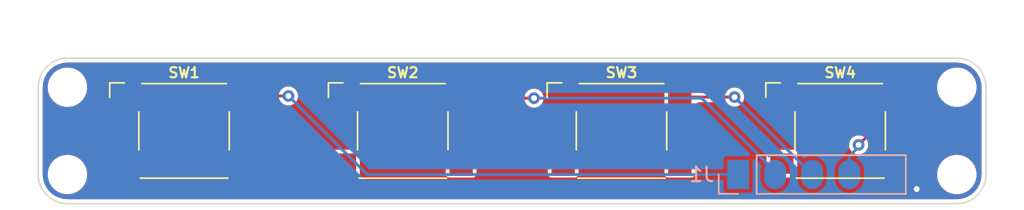
<source format=kicad_pcb>
(kicad_pcb (version 20171130) (host pcbnew "(5.1.12)-1")

  (general
    (thickness 1.6)
    (drawings 17)
    (tracks 23)
    (zones 0)
    (modules 9)
    (nets 6)
  )

  (page A4)
  (layers
    (0 F.Cu signal)
    (31 B.Cu signal)
    (32 B.Adhes user)
    (33 F.Adhes user)
    (34 B.Paste user)
    (35 F.Paste user)
    (36 B.SilkS user)
    (37 F.SilkS user)
    (38 B.Mask user)
    (39 F.Mask user)
    (40 Dwgs.User user)
    (41 Cmts.User user)
    (42 Eco1.User user)
    (43 Eco2.User user)
    (44 Edge.Cuts user)
    (45 Margin user)
    (46 B.CrtYd user)
    (47 F.CrtYd user)
    (48 B.Fab user)
    (49 F.Fab user)
  )

  (setup
    (last_trace_width 0.2)
    (user_trace_width 0.2)
    (trace_clearance 0.15)
    (zone_clearance 0.254)
    (zone_45_only no)
    (trace_min 0.2)
    (via_size 0.8)
    (via_drill 0.4)
    (via_min_size 0.4)
    (via_min_drill 0.3)
    (uvia_size 0.3)
    (uvia_drill 0.1)
    (uvias_allowed no)
    (uvia_min_size 0.2)
    (uvia_min_drill 0.1)
    (edge_width 0.1)
    (segment_width 0.2)
    (pcb_text_width 0.3)
    (pcb_text_size 1.5 1.5)
    (mod_edge_width 0.15)
    (mod_text_size 1 1)
    (mod_text_width 0.15)
    (pad_size 1.524 1.524)
    (pad_drill 0.762)
    (pad_to_mask_clearance 0)
    (aux_axis_origin 0 0)
    (visible_elements 7FFDFFFF)
    (pcbplotparams
      (layerselection 0x010fc_ffffffff)
      (usegerberextensions false)
      (usegerberattributes true)
      (usegerberadvancedattributes true)
      (creategerberjobfile true)
      (excludeedgelayer true)
      (linewidth 0.100000)
      (plotframeref false)
      (viasonmask false)
      (mode 1)
      (useauxorigin false)
      (hpglpennumber 1)
      (hpglpenspeed 20)
      (hpglpendiameter 15.000000)
      (psnegative false)
      (psa4output false)
      (plotreference true)
      (plotvalue true)
      (plotinvisibletext false)
      (padsonsilk false)
      (subtractmaskfromsilk false)
      (outputformat 1)
      (mirror false)
      (drillshape 1)
      (scaleselection 1)
      (outputdirectory ""))
  )

  (net 0 "")
  (net 1 GND)
  (net 2 /1_1)
  (net 3 /1_2)
  (net 4 /1_3)
  (net 5 /1_4)

  (net_class Default "This is the default net class."
    (clearance 0.15)
    (trace_width 0.2)
    (via_dia 0.8)
    (via_drill 0.4)
    (uvia_dia 0.3)
    (uvia_drill 0.1)
    (add_net /1_1)
    (add_net /1_2)
    (add_net /1_3)
    (add_net /1_4)
    (add_net GND)
  )

  (module Button_Switch_SMD:SW_SPST_Omron_B3FS-100xP (layer F.Cu) (tedit 5E6E8EA9) (tstamp 63DFF7F1)
    (at 125 85)
    (descr "Surface Mount Tactile Switch for High-Density Mounting, 3.1mm height, https://omronfs.omron.com/en_US/ecb/products/pdf/en-b3fs.pdf")
    (tags "Tactile Switch")
    (path /63E2CB44)
    (attr smd)
    (fp_text reference SW1 (at 0 -4) (layer F.SilkS)
      (effects (font (size 0.7 0.7) (thickness 0.15)))
    )
    (fp_text value BTN (at 0 4.2) (layer F.Fab)
      (effects (font (size 1 1) (thickness 0.15)))
    )
    (fp_line (start -5.1 -3.3) (end -4.1 -3.3) (layer F.SilkS) (width 0.12))
    (fp_line (start -5.1 -2.3) (end -5.1 -3.3) (layer F.SilkS) (width 0.12))
    (fp_circle (center 0 0) (end 1.5 0) (layer F.Fab) (width 0.1))
    (fp_line (start -5.05 -1.3) (end -5.05 -3.4) (layer F.CrtYd) (width 0.05))
    (fp_line (start -3.25 -1.3) (end -5.05 -1.3) (layer F.CrtYd) (width 0.05))
    (fp_line (start -3.25 1.3) (end -3.25 -1.3) (layer F.CrtYd) (width 0.05))
    (fp_line (start -5.05 1.3) (end -3.25 1.3) (layer F.CrtYd) (width 0.05))
    (fp_line (start -5.05 3.4) (end -5.05 1.3) (layer F.CrtYd) (width 0.05))
    (fp_line (start 5.05 3.4) (end -5.05 3.4) (layer F.CrtYd) (width 0.05))
    (fp_line (start 5.05 1.3) (end 5.05 3.4) (layer F.CrtYd) (width 0.05))
    (fp_line (start 3.25 1.3) (end 5.05 1.3) (layer F.CrtYd) (width 0.05))
    (fp_line (start 3.25 -1.3) (end 3.25 1.3) (layer F.CrtYd) (width 0.05))
    (fp_line (start 5.05 -1.3) (end 3.25 -1.3) (layer F.CrtYd) (width 0.05))
    (fp_line (start 5.05 -3.4) (end 5.05 -1.3) (layer F.CrtYd) (width 0.05))
    (fp_line (start -5.05 -3.4) (end 5.05 -3.4) (layer F.CrtYd) (width 0.05))
    (fp_line (start -3 3.15) (end -3 -3.15) (layer F.Fab) (width 0.1))
    (fp_line (start 3 3.15) (end -3 3.15) (layer F.Fab) (width 0.1))
    (fp_line (start 3 -3.15) (end 3 3.15) (layer F.Fab) (width 0.1))
    (fp_line (start -3 -3.15) (end 3 -3.15) (layer F.Fab) (width 0.1))
    (fp_line (start -3.1 -1.3) (end -3.1 1.3) (layer F.SilkS) (width 0.12))
    (fp_line (start 3.1 -1.3) (end 3.1 1.3) (layer F.SilkS) (width 0.12))
    (fp_line (start 3 3.25) (end -3 3.25) (layer F.SilkS) (width 0.12))
    (fp_line (start 2.9 -3.25) (end -2.9 -3.25) (layer F.SilkS) (width 0.12))
    (fp_text user %R (at 0 -2.2) (layer F.Fab)
      (effects (font (size 1 1) (thickness 0.15)))
    )
    (pad 3 smd rect (at -4 2.25 180) (size 1.6 1.4) (layers F.Cu F.Paste F.Mask))
    (pad 4 smd rect (at 4 2.25 180) (size 1.6 1.4) (layers F.Cu F.Paste F.Mask))
    (pad 1 smd rect (at -4 -2.25 180) (size 1.6 1.4) (layers F.Cu F.Paste F.Mask)
      (net 1 GND))
    (pad 2 smd rect (at 4 -2.25 180) (size 1.6 1.4) (layers F.Cu F.Paste F.Mask)
      (net 2 /1_1))
    (model ${KIPRJMOD}/library/3d-models/SW-SPST-DTSM-65Y-V-TR.step
      (at (xyz 0 0 0))
      (scale (xyz 1 1 1))
      (rotate (xyz 0 0 0))
    )
  )

  (module Button_Switch_SMD:SW_SPST_Omron_B3FS-100xP (layer F.Cu) (tedit 5E6E8EA9) (tstamp 63DFF807)
    (at 140 85)
    (descr "Surface Mount Tactile Switch for High-Density Mounting, 3.1mm height, https://omronfs.omron.com/en_US/ecb/products/pdf/en-b3fs.pdf")
    (tags "Tactile Switch")
    (path /63E2CB54)
    (attr smd)
    (fp_text reference SW2 (at 0 -4) (layer F.SilkS)
      (effects (font (size 0.7 0.7) (thickness 0.15)))
    )
    (fp_text value BTN (at 0 4.2) (layer F.Fab)
      (effects (font (size 1 1) (thickness 0.15)))
    )
    (fp_line (start -5.1 -3.3) (end -4.1 -3.3) (layer F.SilkS) (width 0.12))
    (fp_line (start -5.1 -2.3) (end -5.1 -3.3) (layer F.SilkS) (width 0.12))
    (fp_circle (center 0 0) (end 1.5 0) (layer F.Fab) (width 0.1))
    (fp_line (start -5.05 -1.3) (end -5.05 -3.4) (layer F.CrtYd) (width 0.05))
    (fp_line (start -3.25 -1.3) (end -5.05 -1.3) (layer F.CrtYd) (width 0.05))
    (fp_line (start -3.25 1.3) (end -3.25 -1.3) (layer F.CrtYd) (width 0.05))
    (fp_line (start -5.05 1.3) (end -3.25 1.3) (layer F.CrtYd) (width 0.05))
    (fp_line (start -5.05 3.4) (end -5.05 1.3) (layer F.CrtYd) (width 0.05))
    (fp_line (start 5.05 3.4) (end -5.05 3.4) (layer F.CrtYd) (width 0.05))
    (fp_line (start 5.05 1.3) (end 5.05 3.4) (layer F.CrtYd) (width 0.05))
    (fp_line (start 3.25 1.3) (end 5.05 1.3) (layer F.CrtYd) (width 0.05))
    (fp_line (start 3.25 -1.3) (end 3.25 1.3) (layer F.CrtYd) (width 0.05))
    (fp_line (start 5.05 -1.3) (end 3.25 -1.3) (layer F.CrtYd) (width 0.05))
    (fp_line (start 5.05 -3.4) (end 5.05 -1.3) (layer F.CrtYd) (width 0.05))
    (fp_line (start -5.05 -3.4) (end 5.05 -3.4) (layer F.CrtYd) (width 0.05))
    (fp_line (start -3 3.15) (end -3 -3.15) (layer F.Fab) (width 0.1))
    (fp_line (start 3 3.15) (end -3 3.15) (layer F.Fab) (width 0.1))
    (fp_line (start 3 -3.15) (end 3 3.15) (layer F.Fab) (width 0.1))
    (fp_line (start -3 -3.15) (end 3 -3.15) (layer F.Fab) (width 0.1))
    (fp_line (start -3.1 -1.3) (end -3.1 1.3) (layer F.SilkS) (width 0.12))
    (fp_line (start 3.1 -1.3) (end 3.1 1.3) (layer F.SilkS) (width 0.12))
    (fp_line (start 3 3.25) (end -3 3.25) (layer F.SilkS) (width 0.12))
    (fp_line (start 2.9 -3.25) (end -2.9 -3.25) (layer F.SilkS) (width 0.12))
    (fp_text user %R (at 0 -2.2) (layer F.Fab)
      (effects (font (size 1 1) (thickness 0.15)))
    )
    (pad 3 smd rect (at -4 2.25 180) (size 1.6 1.4) (layers F.Cu F.Paste F.Mask))
    (pad 4 smd rect (at 4 2.25 180) (size 1.6 1.4) (layers F.Cu F.Paste F.Mask))
    (pad 1 smd rect (at -4 -2.25 180) (size 1.6 1.4) (layers F.Cu F.Paste F.Mask)
      (net 1 GND))
    (pad 2 smd rect (at 4 -2.25 180) (size 1.6 1.4) (layers F.Cu F.Paste F.Mask)
      (net 3 /1_2))
    (model ${KIPRJMOD}/library/3d-models/SW-SPST-DTSM-65Y-V-TR.step
      (at (xyz 0 0 0))
      (scale (xyz 1 1 1))
      (rotate (xyz 0 0 0))
    )
  )

  (module Button_Switch_SMD:SW_SPST_Omron_B3FS-100xP (layer F.Cu) (tedit 5E6E8EA9) (tstamp 63DFF85F)
    (at 170 85)
    (descr "Surface Mount Tactile Switch for High-Density Mounting, 3.1mm height, https://omronfs.omron.com/en_US/ecb/products/pdf/en-b3fs.pdf")
    (tags "Tactile Switch")
    (path /63E2D927)
    (attr smd)
    (fp_text reference SW4 (at 0 -4) (layer F.SilkS)
      (effects (font (size 0.7 0.7) (thickness 0.15)))
    )
    (fp_text value BTN (at 0 4.2) (layer F.Fab)
      (effects (font (size 1 1) (thickness 0.15)))
    )
    (fp_line (start -5.1 -3.3) (end -4.1 -3.3) (layer F.SilkS) (width 0.12))
    (fp_line (start -5.1 -2.3) (end -5.1 -3.3) (layer F.SilkS) (width 0.12))
    (fp_circle (center 0 0) (end 1.5 0) (layer F.Fab) (width 0.1))
    (fp_line (start -5.05 -1.3) (end -5.05 -3.4) (layer F.CrtYd) (width 0.05))
    (fp_line (start -3.25 -1.3) (end -5.05 -1.3) (layer F.CrtYd) (width 0.05))
    (fp_line (start -3.25 1.3) (end -3.25 -1.3) (layer F.CrtYd) (width 0.05))
    (fp_line (start -5.05 1.3) (end -3.25 1.3) (layer F.CrtYd) (width 0.05))
    (fp_line (start -5.05 3.4) (end -5.05 1.3) (layer F.CrtYd) (width 0.05))
    (fp_line (start 5.05 3.4) (end -5.05 3.4) (layer F.CrtYd) (width 0.05))
    (fp_line (start 5.05 1.3) (end 5.05 3.4) (layer F.CrtYd) (width 0.05))
    (fp_line (start 3.25 1.3) (end 5.05 1.3) (layer F.CrtYd) (width 0.05))
    (fp_line (start 3.25 -1.3) (end 3.25 1.3) (layer F.CrtYd) (width 0.05))
    (fp_line (start 5.05 -1.3) (end 3.25 -1.3) (layer F.CrtYd) (width 0.05))
    (fp_line (start 5.05 -3.4) (end 5.05 -1.3) (layer F.CrtYd) (width 0.05))
    (fp_line (start -5.05 -3.4) (end 5.05 -3.4) (layer F.CrtYd) (width 0.05))
    (fp_line (start -3 3.15) (end -3 -3.15) (layer F.Fab) (width 0.1))
    (fp_line (start 3 3.15) (end -3 3.15) (layer F.Fab) (width 0.1))
    (fp_line (start 3 -3.15) (end 3 3.15) (layer F.Fab) (width 0.1))
    (fp_line (start -3 -3.15) (end 3 -3.15) (layer F.Fab) (width 0.1))
    (fp_line (start -3.1 -1.3) (end -3.1 1.3) (layer F.SilkS) (width 0.12))
    (fp_line (start 3.1 -1.3) (end 3.1 1.3) (layer F.SilkS) (width 0.12))
    (fp_line (start 3 3.25) (end -3 3.25) (layer F.SilkS) (width 0.12))
    (fp_line (start 2.9 -3.25) (end -2.9 -3.25) (layer F.SilkS) (width 0.12))
    (fp_text user %R (at 0 -2.2) (layer F.Fab)
      (effects (font (size 1 1) (thickness 0.15)))
    )
    (pad 3 smd rect (at -4 2.25 180) (size 1.6 1.4) (layers F.Cu F.Paste F.Mask))
    (pad 4 smd rect (at 4 2.25 180) (size 1.6 1.4) (layers F.Cu F.Paste F.Mask))
    (pad 1 smd rect (at -4 -2.25 180) (size 1.6 1.4) (layers F.Cu F.Paste F.Mask)
      (net 1 GND))
    (pad 2 smd rect (at 4 -2.25 180) (size 1.6 1.4) (layers F.Cu F.Paste F.Mask)
      (net 5 /1_4))
    (model ${KIPRJMOD}/library/3d-models/SW-SPST-DTSM-65Y-V-TR.step
      (at (xyz 0 0 0))
      (scale (xyz 1 1 1))
      (rotate (xyz 0 0 0))
    )
  )

  (module Button_Switch_SMD:SW_SPST_Omron_B3FS-100xP (layer F.Cu) (tedit 5E6E8EA9) (tstamp 63DFF833)
    (at 155 85)
    (descr "Surface Mount Tactile Switch for High-Density Mounting, 3.1mm height, https://omronfs.omron.com/en_US/ecb/products/pdf/en-b3fs.pdf")
    (tags "Tactile Switch")
    (path /63E2CB64)
    (attr smd)
    (fp_text reference SW3 (at 0 -4) (layer F.SilkS)
      (effects (font (size 0.7 0.7) (thickness 0.15)))
    )
    (fp_text value BTN (at 0 4.2) (layer F.Fab)
      (effects (font (size 1 1) (thickness 0.15)))
    )
    (fp_line (start -5.1 -3.3) (end -4.1 -3.3) (layer F.SilkS) (width 0.12))
    (fp_line (start -5.1 -2.3) (end -5.1 -3.3) (layer F.SilkS) (width 0.12))
    (fp_circle (center 0 0) (end 1.5 0) (layer F.Fab) (width 0.1))
    (fp_line (start -5.05 -1.3) (end -5.05 -3.4) (layer F.CrtYd) (width 0.05))
    (fp_line (start -3.25 -1.3) (end -5.05 -1.3) (layer F.CrtYd) (width 0.05))
    (fp_line (start -3.25 1.3) (end -3.25 -1.3) (layer F.CrtYd) (width 0.05))
    (fp_line (start -5.05 1.3) (end -3.25 1.3) (layer F.CrtYd) (width 0.05))
    (fp_line (start -5.05 3.4) (end -5.05 1.3) (layer F.CrtYd) (width 0.05))
    (fp_line (start 5.05 3.4) (end -5.05 3.4) (layer F.CrtYd) (width 0.05))
    (fp_line (start 5.05 1.3) (end 5.05 3.4) (layer F.CrtYd) (width 0.05))
    (fp_line (start 3.25 1.3) (end 5.05 1.3) (layer F.CrtYd) (width 0.05))
    (fp_line (start 3.25 -1.3) (end 3.25 1.3) (layer F.CrtYd) (width 0.05))
    (fp_line (start 5.05 -1.3) (end 3.25 -1.3) (layer F.CrtYd) (width 0.05))
    (fp_line (start 5.05 -3.4) (end 5.05 -1.3) (layer F.CrtYd) (width 0.05))
    (fp_line (start -5.05 -3.4) (end 5.05 -3.4) (layer F.CrtYd) (width 0.05))
    (fp_line (start -3 3.15) (end -3 -3.15) (layer F.Fab) (width 0.1))
    (fp_line (start 3 3.15) (end -3 3.15) (layer F.Fab) (width 0.1))
    (fp_line (start 3 -3.15) (end 3 3.15) (layer F.Fab) (width 0.1))
    (fp_line (start -3 -3.15) (end 3 -3.15) (layer F.Fab) (width 0.1))
    (fp_line (start -3.1 -1.3) (end -3.1 1.3) (layer F.SilkS) (width 0.12))
    (fp_line (start 3.1 -1.3) (end 3.1 1.3) (layer F.SilkS) (width 0.12))
    (fp_line (start 3 3.25) (end -3 3.25) (layer F.SilkS) (width 0.12))
    (fp_line (start 2.9 -3.25) (end -2.9 -3.25) (layer F.SilkS) (width 0.12))
    (fp_text user %R (at 0 -2.2) (layer F.Fab)
      (effects (font (size 1 1) (thickness 0.15)))
    )
    (pad 3 smd rect (at -4 2.25 180) (size 1.6 1.4) (layers F.Cu F.Paste F.Mask))
    (pad 4 smd rect (at 4 2.25 180) (size 1.6 1.4) (layers F.Cu F.Paste F.Mask))
    (pad 1 smd rect (at -4 -2.25 180) (size 1.6 1.4) (layers F.Cu F.Paste F.Mask)
      (net 1 GND))
    (pad 2 smd rect (at 4 -2.25 180) (size 1.6 1.4) (layers F.Cu F.Paste F.Mask)
      (net 4 /1_3))
    (model ${KIPRJMOD}/library/3d-models/SW-SPST-DTSM-65Y-V-TR.step
      (at (xyz 0 0 0))
      (scale (xyz 1 1 1))
      (rotate (xyz 0 0 0))
    )
  )

  (module Board:SolderWire_1x05_P2.54mm (layer B.Cu) (tedit 62283C6C) (tstamp 63DFFAF1)
    (at 163 88 270)
    (descr "Through hole straight socket strip, 1x06, 2.54mm pitch, single row (from Kicad 4.0.7), script generated")
    (tags "Through hole socket strip THT 1x06 2.54mm single row")
    (path /6238D871)
    (fp_text reference J1 (at 0 2.5 180) (layer B.SilkS)
      (effects (font (size 1 1) (thickness 0.15)) (justify mirror))
    )
    (fp_text value Conn_01x05 (at 0 -15.47 270) (layer B.Fab)
      (effects (font (size 1 1) (thickness 0.15)) (justify mirror))
    )
    (fp_line (start -1.8 -12) (end -1.8 1.8) (layer B.CrtYd) (width 0.05))
    (fp_line (start 1.75 -12) (end -1.8 -12) (layer B.CrtYd) (width 0.05))
    (fp_line (start 1.75 1.8) (end 1.75 -12) (layer B.CrtYd) (width 0.05))
    (fp_line (start -1.8 1.8) (end 1.75 1.8) (layer B.CrtYd) (width 0.05))
    (fp_line (start 0 1.33) (end 1.33 1.33) (layer B.SilkS) (width 0.12))
    (fp_line (start 1.33 1.33) (end 1.33 0) (layer B.SilkS) (width 0.12))
    (fp_line (start 1.33 -1.27) (end 1.33 -11.5) (layer B.SilkS) (width 0.12))
    (fp_line (start -1.33 -11.5) (end 1.33 -11.5) (layer B.SilkS) (width 0.12))
    (fp_line (start -1.33 -1.27) (end -1.33 -11.5) (layer B.SilkS) (width 0.12))
    (fp_line (start -1.33 -1.27) (end 1.33 -1.27) (layer B.SilkS) (width 0.12))
    (fp_line (start -1.27 -11.5) (end -1.27 1.27) (layer B.Fab) (width 0.1))
    (fp_line (start 1.27 -11.5) (end -1.27 -11.5) (layer B.Fab) (width 0.1))
    (fp_line (start 1.27 0.635) (end 1.27 -11.5) (layer B.Fab) (width 0.1))
    (fp_line (start 0.635 1.27) (end 1.27 0.635) (layer B.Fab) (width 0.1))
    (fp_line (start -1.27 1.27) (end 0.635 1.27) (layer B.Fab) (width 0.1))
    (fp_text user %R (at -2 -6.35) (layer B.Fab)
      (effects (font (size 1 1) (thickness 0.15)) (justify mirror))
    )
    (pad 1 smd rect (at 0 0 270) (size 2 1.5) (layers B.Cu B.Paste B.Mask)
      (net 2 /1_1))
    (pad 2 smd oval (at 0 -2.54 270) (size 2 1.5) (layers B.Cu B.Paste B.Mask)
      (net 3 /1_2))
    (pad 3 smd oval (at 0 -5.08 270) (size 2 1.5) (layers B.Cu B.Paste B.Mask)
      (net 4 /1_3))
    (pad 4 smd oval (at 0 -7.62 270) (size 2 1.5) (layers B.Cu B.Paste B.Mask)
      (net 5 /1_4))
    (pad 5 smd oval (at 0 -10.16 270) (size 2 1.5) (layers B.Cu B.Paste B.Mask)
      (net 1 GND))
  )

  (module MountingHole:MountingHole_2.2mm_M2 (layer F.Cu) (tedit 56D1B4CB) (tstamp 63DFF7C5)
    (at 117 88)
    (descr "Mounting Hole 2.2mm, no annular, M2")
    (tags "mounting hole 2.2mm no annular m2")
    (path /620FA214)
    (attr virtual)
    (fp_text reference H4 (at -3.5 0) (layer Dwgs.User)
      (effects (font (size 1 1) (thickness 0.15)))
    )
    (fp_text value MountingHole (at 0 3.2) (layer F.Fab)
      (effects (font (size 1 1) (thickness 0.15)))
    )
    (fp_circle (center 0 0) (end 2.2 0) (layer Cmts.User) (width 0.15))
    (fp_circle (center 0 0) (end 2.45 0) (layer F.CrtYd) (width 0.05))
    (fp_text user %R (at 0.3 0) (layer F.Fab)
      (effects (font (size 1 1) (thickness 0.15)))
    )
    (pad 1 np_thru_hole circle (at 0 0) (size 2.2 2.2) (drill 2.2) (layers *.Cu *.Mask))
  )

  (module MountingHole:MountingHole_2.2mm_M2 (layer F.Cu) (tedit 56D1B4CB) (tstamp 63DFF7BD)
    (at 178 88)
    (descr "Mounting Hole 2.2mm, no annular, M2")
    (tags "mounting hole 2.2mm no annular m2")
    (path /620F97B3)
    (attr virtual)
    (fp_text reference H3 (at 3.5 0) (layer Dwgs.User)
      (effects (font (size 1 1) (thickness 0.15)))
    )
    (fp_text value MountingHole (at 0 3.2) (layer F.Fab)
      (effects (font (size 1 1) (thickness 0.15)))
    )
    (fp_circle (center 0 0) (end 2.2 0) (layer Cmts.User) (width 0.15))
    (fp_circle (center 0 0) (end 2.45 0) (layer F.CrtYd) (width 0.05))
    (fp_text user %R (at 0.3 0) (layer F.Fab)
      (effects (font (size 1 1) (thickness 0.15)))
    )
    (pad 1 np_thru_hole circle (at 0 0) (size 2.2 2.2) (drill 2.2) (layers *.Cu *.Mask))
  )

  (module MountingHole:MountingHole_2.2mm_M2 (layer F.Cu) (tedit 56D1B4CB) (tstamp 63DFF7B5)
    (at 178 82)
    (descr "Mounting Hole 2.2mm, no annular, M2")
    (tags "mounting hole 2.2mm no annular m2")
    (path /620F9E48)
    (attr virtual)
    (fp_text reference H2 (at 3.5 0) (layer Dwgs.User)
      (effects (font (size 1 1) (thickness 0.15)))
    )
    (fp_text value MountingHole (at 0 3.2) (layer F.Fab)
      (effects (font (size 1 1) (thickness 0.15)))
    )
    (fp_circle (center 0 0) (end 2.2 0) (layer Cmts.User) (width 0.15))
    (fp_circle (center 0 0) (end 2.45 0) (layer F.CrtYd) (width 0.05))
    (fp_text user %R (at 0.3 0) (layer F.Fab)
      (effects (font (size 1 1) (thickness 0.15)))
    )
    (pad 1 np_thru_hole circle (at 0 0) (size 2.2 2.2) (drill 2.2) (layers *.Cu *.Mask))
  )

  (module MountingHole:MountingHole_2.2mm_M2 (layer F.Cu) (tedit 56D1B4CB) (tstamp 63DFF7AD)
    (at 117 82)
    (descr "Mounting Hole 2.2mm, no annular, M2")
    (tags "mounting hole 2.2mm no annular m2")
    (path /620F9356)
    (attr virtual)
    (fp_text reference H1 (at -3.5 0) (layer Dwgs.User)
      (effects (font (size 1 1) (thickness 0.15)))
    )
    (fp_text value MountingHole (at 0 3.2) (layer F.Fab)
      (effects (font (size 1 1) (thickness 0.15)))
    )
    (fp_circle (center 0 0) (end 2.2 0) (layer Cmts.User) (width 0.15))
    (fp_circle (center 0 0) (end 2.45 0) (layer F.CrtYd) (width 0.05))
    (fp_text user %R (at 0.3 0) (layer F.Fab)
      (effects (font (size 1 1) (thickness 0.15)))
    )
    (pad 1 np_thru_hole circle (at 0 0) (size 2.2 2.2) (drill 2.2) (layers *.Cu *.Mask))
  )

  (gr_line (start 117 90) (end 178 90) (layer Edge.Cuts) (width 0.1) (tstamp 63E00023))
  (gr_line (start 115 82) (end 115 88) (layer Edge.Cuts) (width 0.1) (tstamp 63E00022))
  (gr_line (start 178 80) (end 117 80) (layer Edge.Cuts) (width 0.1) (tstamp 63E00021))
  (gr_line (start 180 88) (end 180 82) (layer Edge.Cuts) (width 0.1) (tstamp 63E00020))
  (gr_arc (start 178 88) (end 178 90) (angle -90) (layer Edge.Cuts) (width 0.1))
  (gr_arc (start 117 88) (end 115 88) (angle -90) (layer Edge.Cuts) (width 0.1))
  (gr_arc (start 117 82) (end 117 80) (angle -90) (layer Edge.Cuts) (width 0.1))
  (gr_arc (start 178 82) (end 180 82) (angle -90) (layer Edge.Cuts) (width 0.1))
  (gr_line (start 180 80) (end 115 80) (layer Dwgs.User) (width 0.15) (tstamp 63DFFE16))
  (gr_line (start 180 90) (end 115 90) (layer Dwgs.User) (width 0.15) (tstamp 63DFFE15))
  (gr_line (start 180 80) (end 180 90) (layer Dwgs.User) (width 0.15))
  (dimension 10 (width 0.15) (layer Dwgs.User)
    (gr_text "10.000 mm" (at 120 76.700001) (layer Dwgs.User)
      (effects (font (size 1 1) (thickness 0.15)))
    )
    (feature1 (pts (xy 115 80) (xy 115 77.41358)))
    (feature2 (pts (xy 125 80) (xy 125 77.41358)))
    (crossbar (pts (xy 125 78.000001) (xy 115 78.000001)))
    (arrow1a (pts (xy 115 78.000001) (xy 116.126504 77.41358)))
    (arrow1b (pts (xy 115 78.000001) (xy 116.126504 78.586422)))
    (arrow2a (pts (xy 125 78.000001) (xy 123.873496 77.41358)))
    (arrow2b (pts (xy 125 78.000001) (xy 123.873496 78.586422)))
  )
  (dimension 10 (width 0.15) (layer Dwgs.User)
    (gr_text "10.000 mm" (at 175 76.7) (layer Dwgs.User)
      (effects (font (size 1 1) (thickness 0.15)))
    )
    (feature1 (pts (xy 180 80) (xy 180 77.413579)))
    (feature2 (pts (xy 170 80) (xy 170 77.413579)))
    (crossbar (pts (xy 170 78) (xy 180 78)))
    (arrow1a (pts (xy 180 78) (xy 178.873496 78.586421)))
    (arrow1b (pts (xy 180 78) (xy 178.873496 77.413579)))
    (arrow2a (pts (xy 170 78) (xy 171.126504 78.586421)))
    (arrow2b (pts (xy 170 78) (xy 171.126504 77.413579)))
  )
  (gr_line (start 115 90) (end 115 80) (layer Dwgs.User) (width 0.15) (tstamp 63DFFCBE))
  (dimension 15 (width 0.15) (layer Dwgs.User)
    (gr_text "15.000 mm" (at 162.5 76.7) (layer Dwgs.User)
      (effects (font (size 1 1) (thickness 0.15)))
    )
    (feature1 (pts (xy 170 80) (xy 170 77.413579)))
    (feature2 (pts (xy 155 80) (xy 155 77.413579)))
    (crossbar (pts (xy 155 78) (xy 170 78)))
    (arrow1a (pts (xy 170 78) (xy 168.873496 78.586421)))
    (arrow1b (pts (xy 170 78) (xy 168.873496 77.413579)))
    (arrow2a (pts (xy 155 78) (xy 156.126504 78.586421)))
    (arrow2b (pts (xy 155 78) (xy 156.126504 77.413579)))
  )
  (dimension 15 (width 0.15) (layer Dwgs.User)
    (gr_text "15.000 mm" (at 147.5 76.7) (layer Dwgs.User)
      (effects (font (size 1 1) (thickness 0.15)))
    )
    (feature1 (pts (xy 155 80) (xy 155 77.413579)))
    (feature2 (pts (xy 140 80) (xy 140 77.413579)))
    (crossbar (pts (xy 140 78) (xy 155 78)))
    (arrow1a (pts (xy 155 78) (xy 153.873496 78.586421)))
    (arrow1b (pts (xy 155 78) (xy 153.873496 77.413579)))
    (arrow2a (pts (xy 140 78) (xy 141.126504 78.586421)))
    (arrow2b (pts (xy 140 78) (xy 141.126504 77.413579)))
  )
  (dimension 15 (width 0.15) (layer Dwgs.User)
    (gr_text "15.000 mm" (at 132.5 76.7) (layer Dwgs.User)
      (effects (font (size 1 1) (thickness 0.15)))
    )
    (feature1 (pts (xy 140 80) (xy 140 77.413579)))
    (feature2 (pts (xy 125 80) (xy 125 77.413579)))
    (crossbar (pts (xy 125 78) (xy 140 78)))
    (arrow1a (pts (xy 140 78) (xy 138.873496 78.586421)))
    (arrow1b (pts (xy 140 78) (xy 138.873496 77.413579)))
    (arrow2a (pts (xy 125 78) (xy 126.126504 78.586421)))
    (arrow2b (pts (xy 125 78) (xy 126.126504 77.413579)))
  )

  (via (at 175.25 89) (size 0.8) (layers F.Cu B.Cu) (net 1))
  (segment (start 166.075 82.675) (end 166 82.75) (width 0.2) (layer F.Cu) (net 1))
  (segment (start 163 88) (end 137.5591 88) (width 0.2) (layer B.Cu) (net 2))
  (segment (start 137.5591 88) (end 132.1589 82.5998) (width 0.2) (layer B.Cu) (net 2))
  (via (at 132.1589 82.5998) (size 0.8) (layers F.Cu B.Cu) (net 2))
  (segment (start 129.1502 82.5998) (end 129 82.75) (width 0.2) (layer F.Cu) (net 2))
  (segment (start 132.1589 82.5998) (end 129.1502 82.5998) (width 0.2) (layer F.Cu) (net 2))
  (via (at 149 82.75) (size 0.8) (layers F.Cu B.Cu) (net 3))
  (segment (start 144 82.75) (end 149 82.75) (width 0.2) (layer F.Cu) (net 3))
  (segment (start 149.6483 82.75) (end 149 82.75) (width 0.2) (layer B.Cu) (net 3))
  (segment (start 160.5 82.75) (end 149.6483 82.75) (width 0.2) (layer B.Cu) (net 3))
  (segment (start 165.54 87.79) (end 160.5 82.75) (width 0.2) (layer B.Cu) (net 3))
  (segment (start 165.54 88) (end 165.54 87.79) (width 0.2) (layer B.Cu) (net 3))
  (via (at 162.755 82.675) (size 0.8) (layers F.Cu B.Cu) (net 4))
  (segment (start 162.755 82.675) (end 168.08 88) (width 0.2) (layer B.Cu) (net 4))
  (segment (start 159.075 82.675) (end 159 82.75) (width 0.2) (layer F.Cu) (net 4))
  (segment (start 162.755 82.675) (end 159.075 82.675) (width 0.2) (layer F.Cu) (net 4))
  (segment (start 170.62 88) (end 170.62 86.7497) (width 0.2) (layer B.Cu) (net 5))
  (segment (start 170.62 86.7497) (end 171.2627 86.107) (width 0.2) (layer B.Cu) (net 5))
  (segment (start 171.2627 86.107) (end 171.2627 85.9621) (width 0.2) (layer B.Cu) (net 5))
  (via (at 171.2627 85.9621) (size 0.8) (layers F.Cu B.Cu) (net 5))
  (segment (start 174 83.2248) (end 174 82.75) (width 0.2) (layer F.Cu) (net 5))
  (segment (start 171.2627 85.9621) (end 174 83.2248) (width 0.2) (layer F.Cu) (net 5))

  (zone (net 1) (net_name GND) (layer F.Cu) (tstamp 0) (hatch edge 0.508)
    (connect_pads yes (clearance 0.254))
    (min_thickness 0.254)
    (fill yes (arc_segments 32) (thermal_gap 0.508) (thermal_bridge_width 0.508))
    (polygon
      (pts
        (xy 180 90) (xy 115 90) (xy 115 80) (xy 180 80)
      )
    )
    (filled_polygon
      (pts
        (xy 178.304352 80.462909) (xy 178.597113 80.551299) (xy 178.867126 80.694868) (xy 179.104115 80.888151) (xy 179.299045 81.123781)
        (xy 179.444498 81.392791) (xy 179.534928 81.684924) (xy 179.569001 82.009101) (xy 179.569 87.97892) (xy 179.537091 88.304352)
        (xy 179.448701 88.597114) (xy 179.305132 88.867126) (xy 179.111849 89.104115) (xy 178.876219 89.299045) (xy 178.607209 89.444498)
        (xy 178.315076 89.534928) (xy 177.990908 89.569) (xy 117.02108 89.569) (xy 116.695648 89.537091) (xy 116.402886 89.448701)
        (xy 116.132874 89.305132) (xy 115.895885 89.111849) (xy 115.700955 88.876219) (xy 115.555502 88.607209) (xy 115.465072 88.315076)
        (xy 115.431 87.990908) (xy 115.431 87.854134) (xy 115.519 87.854134) (xy 115.519 88.145866) (xy 115.575914 88.431992)
        (xy 115.687555 88.701517) (xy 115.849632 88.944083) (xy 116.055917 89.150368) (xy 116.298483 89.312445) (xy 116.568008 89.424086)
        (xy 116.854134 89.481) (xy 117.145866 89.481) (xy 117.431992 89.424086) (xy 117.701517 89.312445) (xy 117.944083 89.150368)
        (xy 118.150368 88.944083) (xy 118.312445 88.701517) (xy 118.424086 88.431992) (xy 118.481 88.145866) (xy 118.481 87.854134)
        (xy 118.424086 87.568008) (xy 118.312445 87.298483) (xy 118.150368 87.055917) (xy 117.944083 86.849632) (xy 117.701517 86.687555)
        (xy 117.431992 86.575914) (xy 117.301714 86.55) (xy 119.817157 86.55) (xy 119.817157 87.95) (xy 119.824513 88.024689)
        (xy 119.846299 88.096508) (xy 119.881678 88.162696) (xy 119.929289 88.220711) (xy 119.987304 88.268322) (xy 120.053492 88.303701)
        (xy 120.125311 88.325487) (xy 120.2 88.332843) (xy 121.8 88.332843) (xy 121.874689 88.325487) (xy 121.946508 88.303701)
        (xy 122.012696 88.268322) (xy 122.070711 88.220711) (xy 122.118322 88.162696) (xy 122.153701 88.096508) (xy 122.175487 88.024689)
        (xy 122.182843 87.95) (xy 122.182843 86.55) (xy 127.817157 86.55) (xy 127.817157 87.95) (xy 127.824513 88.024689)
        (xy 127.846299 88.096508) (xy 127.881678 88.162696) (xy 127.929289 88.220711) (xy 127.987304 88.268322) (xy 128.053492 88.303701)
        (xy 128.125311 88.325487) (xy 128.2 88.332843) (xy 129.8 88.332843) (xy 129.874689 88.325487) (xy 129.946508 88.303701)
        (xy 130.012696 88.268322) (xy 130.070711 88.220711) (xy 130.118322 88.162696) (xy 130.153701 88.096508) (xy 130.175487 88.024689)
        (xy 130.182843 87.95) (xy 130.182843 86.55) (xy 134.817157 86.55) (xy 134.817157 87.95) (xy 134.824513 88.024689)
        (xy 134.846299 88.096508) (xy 134.881678 88.162696) (xy 134.929289 88.220711) (xy 134.987304 88.268322) (xy 135.053492 88.303701)
        (xy 135.125311 88.325487) (xy 135.2 88.332843) (xy 136.8 88.332843) (xy 136.874689 88.325487) (xy 136.946508 88.303701)
        (xy 137.012696 88.268322) (xy 137.070711 88.220711) (xy 137.118322 88.162696) (xy 137.153701 88.096508) (xy 137.175487 88.024689)
        (xy 137.182843 87.95) (xy 137.182843 86.55) (xy 142.817157 86.55) (xy 142.817157 87.95) (xy 142.824513 88.024689)
        (xy 142.846299 88.096508) (xy 142.881678 88.162696) (xy 142.929289 88.220711) (xy 142.987304 88.268322) (xy 143.053492 88.303701)
        (xy 143.125311 88.325487) (xy 143.2 88.332843) (xy 144.8 88.332843) (xy 144.874689 88.325487) (xy 144.946508 88.303701)
        (xy 145.012696 88.268322) (xy 145.070711 88.220711) (xy 145.118322 88.162696) (xy 145.153701 88.096508) (xy 145.175487 88.024689)
        (xy 145.182843 87.95) (xy 145.182843 86.55) (xy 149.817157 86.55) (xy 149.817157 87.95) (xy 149.824513 88.024689)
        (xy 149.846299 88.096508) (xy 149.881678 88.162696) (xy 149.929289 88.220711) (xy 149.987304 88.268322) (xy 150.053492 88.303701)
        (xy 150.125311 88.325487) (xy 150.2 88.332843) (xy 151.8 88.332843) (xy 151.874689 88.325487) (xy 151.946508 88.303701)
        (xy 152.012696 88.268322) (xy 152.070711 88.220711) (xy 152.118322 88.162696) (xy 152.153701 88.096508) (xy 152.175487 88.024689)
        (xy 152.182843 87.95) (xy 152.182843 86.55) (xy 157.817157 86.55) (xy 157.817157 87.95) (xy 157.824513 88.024689)
        (xy 157.846299 88.096508) (xy 157.881678 88.162696) (xy 157.929289 88.220711) (xy 157.987304 88.268322) (xy 158.053492 88.303701)
        (xy 158.125311 88.325487) (xy 158.2 88.332843) (xy 159.8 88.332843) (xy 159.874689 88.325487) (xy 159.946508 88.303701)
        (xy 160.012696 88.268322) (xy 160.070711 88.220711) (xy 160.118322 88.162696) (xy 160.153701 88.096508) (xy 160.175487 88.024689)
        (xy 160.182843 87.95) (xy 160.182843 86.55) (xy 164.817157 86.55) (xy 164.817157 87.95) (xy 164.824513 88.024689)
        (xy 164.846299 88.096508) (xy 164.881678 88.162696) (xy 164.929289 88.220711) (xy 164.987304 88.268322) (xy 165.053492 88.303701)
        (xy 165.125311 88.325487) (xy 165.2 88.332843) (xy 166.8 88.332843) (xy 166.874689 88.325487) (xy 166.946508 88.303701)
        (xy 167.012696 88.268322) (xy 167.070711 88.220711) (xy 167.118322 88.162696) (xy 167.153701 88.096508) (xy 167.175487 88.024689)
        (xy 167.182843 87.95) (xy 167.182843 86.55) (xy 167.175487 86.475311) (xy 167.153701 86.403492) (xy 167.118322 86.337304)
        (xy 167.070711 86.279289) (xy 167.012696 86.231678) (xy 166.946508 86.196299) (xy 166.874689 86.174513) (xy 166.8 86.167157)
        (xy 165.2 86.167157) (xy 165.125311 86.174513) (xy 165.053492 86.196299) (xy 164.987304 86.231678) (xy 164.929289 86.279289)
        (xy 164.881678 86.337304) (xy 164.846299 86.403492) (xy 164.824513 86.475311) (xy 164.817157 86.55) (xy 160.182843 86.55)
        (xy 160.175487 86.475311) (xy 160.153701 86.403492) (xy 160.118322 86.337304) (xy 160.070711 86.279289) (xy 160.012696 86.231678)
        (xy 159.946508 86.196299) (xy 159.874689 86.174513) (xy 159.8 86.167157) (xy 158.2 86.167157) (xy 158.125311 86.174513)
        (xy 158.053492 86.196299) (xy 157.987304 86.231678) (xy 157.929289 86.279289) (xy 157.881678 86.337304) (xy 157.846299 86.403492)
        (xy 157.824513 86.475311) (xy 157.817157 86.55) (xy 152.182843 86.55) (xy 152.175487 86.475311) (xy 152.153701 86.403492)
        (xy 152.118322 86.337304) (xy 152.070711 86.279289) (xy 152.012696 86.231678) (xy 151.946508 86.196299) (xy 151.874689 86.174513)
        (xy 151.8 86.167157) (xy 150.2 86.167157) (xy 150.125311 86.174513) (xy 150.053492 86.196299) (xy 149.987304 86.231678)
        (xy 149.929289 86.279289) (xy 149.881678 86.337304) (xy 149.846299 86.403492) (xy 149.824513 86.475311) (xy 149.817157 86.55)
        (xy 145.182843 86.55) (xy 145.175487 86.475311) (xy 145.153701 86.403492) (xy 145.118322 86.337304) (xy 145.070711 86.279289)
        (xy 145.012696 86.231678) (xy 144.946508 86.196299) (xy 144.874689 86.174513) (xy 144.8 86.167157) (xy 143.2 86.167157)
        (xy 143.125311 86.174513) (xy 143.053492 86.196299) (xy 142.987304 86.231678) (xy 142.929289 86.279289) (xy 142.881678 86.337304)
        (xy 142.846299 86.403492) (xy 142.824513 86.475311) (xy 142.817157 86.55) (xy 137.182843 86.55) (xy 137.175487 86.475311)
        (xy 137.153701 86.403492) (xy 137.118322 86.337304) (xy 137.070711 86.279289) (xy 137.012696 86.231678) (xy 136.946508 86.196299)
        (xy 136.874689 86.174513) (xy 136.8 86.167157) (xy 135.2 86.167157) (xy 135.125311 86.174513) (xy 135.053492 86.196299)
        (xy 134.987304 86.231678) (xy 134.929289 86.279289) (xy 134.881678 86.337304) (xy 134.846299 86.403492) (xy 134.824513 86.475311)
        (xy 134.817157 86.55) (xy 130.182843 86.55) (xy 130.175487 86.475311) (xy 130.153701 86.403492) (xy 130.118322 86.337304)
        (xy 130.070711 86.279289) (xy 130.012696 86.231678) (xy 129.946508 86.196299) (xy 129.874689 86.174513) (xy 129.8 86.167157)
        (xy 128.2 86.167157) (xy 128.125311 86.174513) (xy 128.053492 86.196299) (xy 127.987304 86.231678) (xy 127.929289 86.279289)
        (xy 127.881678 86.337304) (xy 127.846299 86.403492) (xy 127.824513 86.475311) (xy 127.817157 86.55) (xy 122.182843 86.55)
        (xy 122.175487 86.475311) (xy 122.153701 86.403492) (xy 122.118322 86.337304) (xy 122.070711 86.279289) (xy 122.012696 86.231678)
        (xy 121.946508 86.196299) (xy 121.874689 86.174513) (xy 121.8 86.167157) (xy 120.2 86.167157) (xy 120.125311 86.174513)
        (xy 120.053492 86.196299) (xy 119.987304 86.231678) (xy 119.929289 86.279289) (xy 119.881678 86.337304) (xy 119.846299 86.403492)
        (xy 119.824513 86.475311) (xy 119.817157 86.55) (xy 117.301714 86.55) (xy 117.145866 86.519) (xy 116.854134 86.519)
        (xy 116.568008 86.575914) (xy 116.298483 86.687555) (xy 116.055917 86.849632) (xy 115.849632 87.055917) (xy 115.687555 87.298483)
        (xy 115.575914 87.568008) (xy 115.519 87.854134) (xy 115.431 87.854134) (xy 115.431 85.885178) (xy 170.4817 85.885178)
        (xy 170.4817 86.039022) (xy 170.511713 86.189909) (xy 170.570587 86.332042) (xy 170.656058 86.459959) (xy 170.764841 86.568742)
        (xy 170.892758 86.654213) (xy 171.034891 86.713087) (xy 171.185778 86.7431) (xy 171.339622 86.7431) (xy 171.490509 86.713087)
        (xy 171.632642 86.654213) (xy 171.760559 86.568742) (xy 171.779301 86.55) (xy 172.817157 86.55) (xy 172.817157 87.95)
        (xy 172.824513 88.024689) (xy 172.846299 88.096508) (xy 172.881678 88.162696) (xy 172.929289 88.220711) (xy 172.987304 88.268322)
        (xy 173.053492 88.303701) (xy 173.125311 88.325487) (xy 173.2 88.332843) (xy 174.8 88.332843) (xy 174.874689 88.325487)
        (xy 174.946508 88.303701) (xy 175.012696 88.268322) (xy 175.070711 88.220711) (xy 175.118322 88.162696) (xy 175.153701 88.096508)
        (xy 175.175487 88.024689) (xy 175.182843 87.95) (xy 175.182843 87.854134) (xy 176.519 87.854134) (xy 176.519 88.145866)
        (xy 176.575914 88.431992) (xy 176.687555 88.701517) (xy 176.849632 88.944083) (xy 177.055917 89.150368) (xy 177.298483 89.312445)
        (xy 177.568008 89.424086) (xy 177.854134 89.481) (xy 178.145866 89.481) (xy 178.431992 89.424086) (xy 178.701517 89.312445)
        (xy 178.944083 89.150368) (xy 179.150368 88.944083) (xy 179.312445 88.701517) (xy 179.424086 88.431992) (xy 179.481 88.145866)
        (xy 179.481 87.854134) (xy 179.424086 87.568008) (xy 179.312445 87.298483) (xy 179.150368 87.055917) (xy 178.944083 86.849632)
        (xy 178.701517 86.687555) (xy 178.431992 86.575914) (xy 178.145866 86.519) (xy 177.854134 86.519) (xy 177.568008 86.575914)
        (xy 177.298483 86.687555) (xy 177.055917 86.849632) (xy 176.849632 87.055917) (xy 176.687555 87.298483) (xy 176.575914 87.568008)
        (xy 176.519 87.854134) (xy 175.182843 87.854134) (xy 175.182843 86.55) (xy 175.175487 86.475311) (xy 175.153701 86.403492)
        (xy 175.118322 86.337304) (xy 175.070711 86.279289) (xy 175.012696 86.231678) (xy 174.946508 86.196299) (xy 174.874689 86.174513)
        (xy 174.8 86.167157) (xy 173.2 86.167157) (xy 173.125311 86.174513) (xy 173.053492 86.196299) (xy 172.987304 86.231678)
        (xy 172.929289 86.279289) (xy 172.881678 86.337304) (xy 172.846299 86.403492) (xy 172.824513 86.475311) (xy 172.817157 86.55)
        (xy 171.779301 86.55) (xy 171.869342 86.459959) (xy 171.954813 86.332042) (xy 172.013687 86.189909) (xy 172.0437 86.039022)
        (xy 172.0437 85.885178) (xy 172.039744 85.865292) (xy 174.072194 83.832843) (xy 174.8 83.832843) (xy 174.874689 83.825487)
        (xy 174.946508 83.803701) (xy 175.012696 83.768322) (xy 175.070711 83.720711) (xy 175.118322 83.662696) (xy 175.153701 83.596508)
        (xy 175.175487 83.524689) (xy 175.182843 83.45) (xy 175.182843 82.05) (xy 175.175487 81.975311) (xy 175.153701 81.903492)
        (xy 175.127319 81.854134) (xy 176.519 81.854134) (xy 176.519 82.145866) (xy 176.575914 82.431992) (xy 176.687555 82.701517)
        (xy 176.849632 82.944083) (xy 177.055917 83.150368) (xy 177.298483 83.312445) (xy 177.568008 83.424086) (xy 177.854134 83.481)
        (xy 178.145866 83.481) (xy 178.431992 83.424086) (xy 178.701517 83.312445) (xy 178.944083 83.150368) (xy 179.150368 82.944083)
        (xy 179.312445 82.701517) (xy 179.424086 82.431992) (xy 179.481 82.145866) (xy 179.481 81.854134) (xy 179.424086 81.568008)
        (xy 179.312445 81.298483) (xy 179.150368 81.055917) (xy 178.944083 80.849632) (xy 178.701517 80.687555) (xy 178.431992 80.575914)
        (xy 178.145866 80.519) (xy 177.854134 80.519) (xy 177.568008 80.575914) (xy 177.298483 80.687555) (xy 177.055917 80.849632)
        (xy 176.849632 81.055917) (xy 176.687555 81.298483) (xy 176.575914 81.568008) (xy 176.519 81.854134) (xy 175.127319 81.854134)
        (xy 175.118322 81.837304) (xy 175.070711 81.779289) (xy 175.012696 81.731678) (xy 174.946508 81.696299) (xy 174.874689 81.674513)
        (xy 174.8 81.667157) (xy 173.2 81.667157) (xy 173.125311 81.674513) (xy 173.053492 81.696299) (xy 172.987304 81.731678)
        (xy 172.929289 81.779289) (xy 172.881678 81.837304) (xy 172.846299 81.903492) (xy 172.824513 81.975311) (xy 172.817157 82.05)
        (xy 172.817157 83.45) (xy 172.824513 83.524689) (xy 172.846299 83.596508) (xy 172.881678 83.662696) (xy 172.881763 83.6628)
        (xy 171.359508 85.185056) (xy 171.339622 85.1811) (xy 171.185778 85.1811) (xy 171.034891 85.211113) (xy 170.892758 85.269987)
        (xy 170.764841 85.355458) (xy 170.656058 85.464241) (xy 170.570587 85.592158) (xy 170.511713 85.734291) (xy 170.4817 85.885178)
        (xy 115.431 85.885178) (xy 115.431 82.02108) (xy 115.447369 81.854134) (xy 115.519 81.854134) (xy 115.519 82.145866)
        (xy 115.575914 82.431992) (xy 115.687555 82.701517) (xy 115.849632 82.944083) (xy 116.055917 83.150368) (xy 116.298483 83.312445)
        (xy 116.568008 83.424086) (xy 116.854134 83.481) (xy 117.145866 83.481) (xy 117.431992 83.424086) (xy 117.701517 83.312445)
        (xy 117.944083 83.150368) (xy 118.150368 82.944083) (xy 118.312445 82.701517) (xy 118.424086 82.431992) (xy 118.481 82.145866)
        (xy 118.481 82.05) (xy 127.817157 82.05) (xy 127.817157 83.45) (xy 127.824513 83.524689) (xy 127.846299 83.596508)
        (xy 127.881678 83.662696) (xy 127.929289 83.720711) (xy 127.987304 83.768322) (xy 128.053492 83.803701) (xy 128.125311 83.825487)
        (xy 128.2 83.832843) (xy 129.8 83.832843) (xy 129.874689 83.825487) (xy 129.946508 83.803701) (xy 130.012696 83.768322)
        (xy 130.070711 83.720711) (xy 130.118322 83.662696) (xy 130.153701 83.596508) (xy 130.175487 83.524689) (xy 130.182843 83.45)
        (xy 130.182843 83.0808) (xy 131.540993 83.0808) (xy 131.552258 83.097659) (xy 131.661041 83.206442) (xy 131.788958 83.291913)
        (xy 131.931091 83.350787) (xy 132.081978 83.3808) (xy 132.235822 83.3808) (xy 132.386709 83.350787) (xy 132.528842 83.291913)
        (xy 132.656759 83.206442) (xy 132.765542 83.097659) (xy 132.851013 82.969742) (xy 132.909887 82.827609) (xy 132.9399 82.676722)
        (xy 132.9399 82.522878) (xy 132.909887 82.371991) (xy 132.851013 82.229858) (xy 132.765542 82.101941) (xy 132.713601 82.05)
        (xy 142.817157 82.05) (xy 142.817157 83.45) (xy 142.824513 83.524689) (xy 142.846299 83.596508) (xy 142.881678 83.662696)
        (xy 142.929289 83.720711) (xy 142.987304 83.768322) (xy 143.053492 83.803701) (xy 143.125311 83.825487) (xy 143.2 83.832843)
        (xy 144.8 83.832843) (xy 144.874689 83.825487) (xy 144.946508 83.803701) (xy 145.012696 83.768322) (xy 145.070711 83.720711)
        (xy 145.118322 83.662696) (xy 145.153701 83.596508) (xy 145.175487 83.524689) (xy 145.182843 83.45) (xy 145.182843 83.231)
        (xy 148.382093 83.231) (xy 148.393358 83.247859) (xy 148.502141 83.356642) (xy 148.630058 83.442113) (xy 148.772191 83.500987)
        (xy 148.923078 83.531) (xy 149.076922 83.531) (xy 149.227809 83.500987) (xy 149.369942 83.442113) (xy 149.497859 83.356642)
        (xy 149.606642 83.247859) (xy 149.692113 83.119942) (xy 149.750987 82.977809) (xy 149.781 82.826922) (xy 149.781 82.673078)
        (xy 149.750987 82.522191) (xy 149.692113 82.380058) (xy 149.606642 82.252141) (xy 149.497859 82.143358) (xy 149.369942 82.057887)
        (xy 149.350902 82.05) (xy 157.817157 82.05) (xy 157.817157 83.45) (xy 157.824513 83.524689) (xy 157.846299 83.596508)
        (xy 157.881678 83.662696) (xy 157.929289 83.720711) (xy 157.987304 83.768322) (xy 158.053492 83.803701) (xy 158.125311 83.825487)
        (xy 158.2 83.832843) (xy 159.8 83.832843) (xy 159.874689 83.825487) (xy 159.946508 83.803701) (xy 160.012696 83.768322)
        (xy 160.070711 83.720711) (xy 160.118322 83.662696) (xy 160.153701 83.596508) (xy 160.175487 83.524689) (xy 160.182843 83.45)
        (xy 160.182843 83.212437) (xy 160.235261 83.196536) (xy 160.311099 83.156) (xy 162.137093 83.156) (xy 162.148358 83.172859)
        (xy 162.257141 83.281642) (xy 162.385058 83.367113) (xy 162.527191 83.425987) (xy 162.678078 83.456) (xy 162.831922 83.456)
        (xy 162.982809 83.425987) (xy 163.124942 83.367113) (xy 163.252859 83.281642) (xy 163.361642 83.172859) (xy 163.447113 83.044942)
        (xy 163.505987 82.902809) (xy 163.536 82.751922) (xy 163.536 82.598078) (xy 163.505987 82.447191) (xy 163.447113 82.305058)
        (xy 163.361642 82.177141) (xy 163.252859 82.068358) (xy 163.124942 81.982887) (xy 162.982809 81.924013) (xy 162.831922 81.894)
        (xy 162.678078 81.894) (xy 162.527191 81.924013) (xy 162.385058 81.982887) (xy 162.257141 82.068358) (xy 162.148358 82.177141)
        (xy 162.137093 82.194) (xy 160.182843 82.194) (xy 160.182843 82.05) (xy 160.175487 81.975311) (xy 160.153701 81.903492)
        (xy 160.118322 81.837304) (xy 160.070711 81.779289) (xy 160.012696 81.731678) (xy 159.946508 81.696299) (xy 159.874689 81.674513)
        (xy 159.8 81.667157) (xy 158.2 81.667157) (xy 158.125311 81.674513) (xy 158.053492 81.696299) (xy 157.987304 81.731678)
        (xy 157.929289 81.779289) (xy 157.881678 81.837304) (xy 157.846299 81.903492) (xy 157.824513 81.975311) (xy 157.817157 82.05)
        (xy 149.350902 82.05) (xy 149.227809 81.999013) (xy 149.076922 81.969) (xy 148.923078 81.969) (xy 148.772191 81.999013)
        (xy 148.630058 82.057887) (xy 148.502141 82.143358) (xy 148.393358 82.252141) (xy 148.382093 82.269) (xy 145.182843 82.269)
        (xy 145.182843 82.05) (xy 145.175487 81.975311) (xy 145.153701 81.903492) (xy 145.118322 81.837304) (xy 145.070711 81.779289)
        (xy 145.012696 81.731678) (xy 144.946508 81.696299) (xy 144.874689 81.674513) (xy 144.8 81.667157) (xy 143.2 81.667157)
        (xy 143.125311 81.674513) (xy 143.053492 81.696299) (xy 142.987304 81.731678) (xy 142.929289 81.779289) (xy 142.881678 81.837304)
        (xy 142.846299 81.903492) (xy 142.824513 81.975311) (xy 142.817157 82.05) (xy 132.713601 82.05) (xy 132.656759 81.993158)
        (xy 132.528842 81.907687) (xy 132.386709 81.848813) (xy 132.235822 81.8188) (xy 132.081978 81.8188) (xy 131.931091 81.848813)
        (xy 131.788958 81.907687) (xy 131.661041 81.993158) (xy 131.552258 82.101941) (xy 131.540993 82.1188) (xy 130.182843 82.1188)
        (xy 130.182843 82.05) (xy 130.175487 81.975311) (xy 130.153701 81.903492) (xy 130.118322 81.837304) (xy 130.070711 81.779289)
        (xy 130.012696 81.731678) (xy 129.946508 81.696299) (xy 129.874689 81.674513) (xy 129.8 81.667157) (xy 128.2 81.667157)
        (xy 128.125311 81.674513) (xy 128.053492 81.696299) (xy 127.987304 81.731678) (xy 127.929289 81.779289) (xy 127.881678 81.837304)
        (xy 127.846299 81.903492) (xy 127.824513 81.975311) (xy 127.817157 82.05) (xy 118.481 82.05) (xy 118.481 81.854134)
        (xy 118.424086 81.568008) (xy 118.312445 81.298483) (xy 118.150368 81.055917) (xy 117.944083 80.849632) (xy 117.701517 80.687555)
        (xy 117.431992 80.575914) (xy 117.145866 80.519) (xy 116.854134 80.519) (xy 116.568008 80.575914) (xy 116.298483 80.687555)
        (xy 116.055917 80.849632) (xy 115.849632 81.055917) (xy 115.687555 81.298483) (xy 115.575914 81.568008) (xy 115.519 81.854134)
        (xy 115.447369 81.854134) (xy 115.462909 81.695648) (xy 115.551299 81.402887) (xy 115.694868 81.132874) (xy 115.888151 80.895885)
        (xy 116.123781 80.700955) (xy 116.392791 80.555502) (xy 116.684924 80.465072) (xy 117.009092 80.431) (xy 177.97892 80.431)
      )
    )
  )
  (zone (net 1) (net_name GND) (layer B.Cu) (tstamp 0) (hatch edge 0.508)
    (connect_pads yes (clearance 0.254))
    (min_thickness 0.254)
    (fill yes (arc_segments 32) (thermal_gap 0.508) (thermal_bridge_width 0.508))
    (polygon
      (pts
        (xy 180 90) (xy 115 90) (xy 115 80) (xy 180 80)
      )
    )
    (filled_polygon
      (pts
        (xy 178.304352 80.462909) (xy 178.597113 80.551299) (xy 178.867126 80.694868) (xy 179.104115 80.888151) (xy 179.299045 81.123781)
        (xy 179.444498 81.392791) (xy 179.534928 81.684924) (xy 179.569001 82.009101) (xy 179.569 87.97892) (xy 179.537091 88.304352)
        (xy 179.448701 88.597114) (xy 179.305132 88.867126) (xy 179.111849 89.104115) (xy 178.876219 89.299045) (xy 178.607209 89.444498)
        (xy 178.315076 89.534928) (xy 177.990908 89.569) (xy 117.02108 89.569) (xy 116.695648 89.537091) (xy 116.402886 89.448701)
        (xy 116.132874 89.305132) (xy 115.895885 89.111849) (xy 115.700955 88.876219) (xy 115.555502 88.607209) (xy 115.465072 88.315076)
        (xy 115.431 87.990908) (xy 115.431 87.854134) (xy 115.519 87.854134) (xy 115.519 88.145866) (xy 115.575914 88.431992)
        (xy 115.687555 88.701517) (xy 115.849632 88.944083) (xy 116.055917 89.150368) (xy 116.298483 89.312445) (xy 116.568008 89.424086)
        (xy 116.854134 89.481) (xy 117.145866 89.481) (xy 117.431992 89.424086) (xy 117.701517 89.312445) (xy 117.944083 89.150368)
        (xy 118.150368 88.944083) (xy 118.312445 88.701517) (xy 118.424086 88.431992) (xy 118.481 88.145866) (xy 118.481 87.854134)
        (xy 118.424086 87.568008) (xy 118.312445 87.298483) (xy 118.150368 87.055917) (xy 117.944083 86.849632) (xy 117.701517 86.687555)
        (xy 117.431992 86.575914) (xy 117.145866 86.519) (xy 116.854134 86.519) (xy 116.568008 86.575914) (xy 116.298483 86.687555)
        (xy 116.055917 86.849632) (xy 115.849632 87.055917) (xy 115.687555 87.298483) (xy 115.575914 87.568008) (xy 115.519 87.854134)
        (xy 115.431 87.854134) (xy 115.431 82.02108) (xy 115.447369 81.854134) (xy 115.519 81.854134) (xy 115.519 82.145866)
        (xy 115.575914 82.431992) (xy 115.687555 82.701517) (xy 115.849632 82.944083) (xy 116.055917 83.150368) (xy 116.298483 83.312445)
        (xy 116.568008 83.424086) (xy 116.854134 83.481) (xy 117.145866 83.481) (xy 117.431992 83.424086) (xy 117.701517 83.312445)
        (xy 117.944083 83.150368) (xy 118.150368 82.944083) (xy 118.312445 82.701517) (xy 118.386439 82.522878) (xy 131.3779 82.522878)
        (xy 131.3779 82.676722) (xy 131.407913 82.827609) (xy 131.466787 82.969742) (xy 131.552258 83.097659) (xy 131.661041 83.206442)
        (xy 131.788958 83.291913) (xy 131.931091 83.350787) (xy 132.081978 83.3808) (xy 132.235822 83.3808) (xy 132.255708 83.376844)
        (xy 137.202275 88.323412) (xy 137.217336 88.341764) (xy 137.290578 88.401872) (xy 137.374139 88.446536) (xy 137.437303 88.465696)
        (xy 137.464807 88.47404) (xy 137.559099 88.483327) (xy 137.582726 88.481) (xy 161.867157 88.481) (xy 161.867157 89)
        (xy 161.874513 89.074689) (xy 161.896299 89.146508) (xy 161.931678 89.212696) (xy 161.979289 89.270711) (xy 162.037304 89.318322)
        (xy 162.103492 89.353701) (xy 162.175311 89.375487) (xy 162.25 89.382843) (xy 163.75 89.382843) (xy 163.824689 89.375487)
        (xy 163.896508 89.353701) (xy 163.962696 89.318322) (xy 164.020711 89.270711) (xy 164.068322 89.212696) (xy 164.103701 89.146508)
        (xy 164.125487 89.074689) (xy 164.132843 89) (xy 164.132843 87.06308) (xy 164.465556 87.395793) (xy 164.425365 87.528285)
        (xy 164.409 87.694442) (xy 164.409 88.305557) (xy 164.425365 88.471714) (xy 164.490037 88.684908) (xy 164.595058 88.88139)
        (xy 164.736393 89.053607) (xy 164.90861 89.194942) (xy 165.105091 89.299963) (xy 165.318285 89.364635) (xy 165.54 89.386472)
        (xy 165.761714 89.364635) (xy 165.974908 89.299963) (xy 166.17139 89.194942) (xy 166.343607 89.053607) (xy 166.484942 88.88139)
        (xy 166.589963 88.684909) (xy 166.654635 88.471715) (xy 166.671 88.305558) (xy 166.671 87.694443) (xy 166.654635 87.528286)
        (xy 166.589963 87.315092) (xy 166.484942 87.11861) (xy 166.343607 86.946393) (xy 166.17139 86.805058) (xy 165.974909 86.700037)
        (xy 165.761715 86.635365) (xy 165.54 86.613528) (xy 165.318286 86.635365) (xy 165.124413 86.694176) (xy 161.028315 82.598078)
        (xy 161.974 82.598078) (xy 161.974 82.751922) (xy 162.004013 82.902809) (xy 162.062887 83.044942) (xy 162.148358 83.172859)
        (xy 162.257141 83.281642) (xy 162.385058 83.367113) (xy 162.527191 83.425987) (xy 162.678078 83.456) (xy 162.831922 83.456)
        (xy 162.851808 83.452044) (xy 166.962019 87.562256) (xy 166.949 87.694442) (xy 166.949 88.305557) (xy 166.965365 88.471714)
        (xy 167.030037 88.684908) (xy 167.135058 88.88139) (xy 167.276393 89.053607) (xy 167.44861 89.194942) (xy 167.645091 89.299963)
        (xy 167.858285 89.364635) (xy 168.08 89.386472) (xy 168.301714 89.364635) (xy 168.514908 89.299963) (xy 168.71139 89.194942)
        (xy 168.883607 89.053607) (xy 169.024942 88.88139) (xy 169.129963 88.684909) (xy 169.194635 88.471715) (xy 169.211 88.305558)
        (xy 169.211 87.694443) (xy 169.211 87.694442) (xy 169.489 87.694442) (xy 169.489 88.305557) (xy 169.505365 88.471714)
        (xy 169.570037 88.684908) (xy 169.675058 88.88139) (xy 169.816393 89.053607) (xy 169.98861 89.194942) (xy 170.185091 89.299963)
        (xy 170.398285 89.364635) (xy 170.62 89.386472) (xy 170.841714 89.364635) (xy 171.054908 89.299963) (xy 171.25139 89.194942)
        (xy 171.423607 89.053607) (xy 171.564942 88.88139) (xy 171.669963 88.684909) (xy 171.734635 88.471715) (xy 171.751 88.305558)
        (xy 171.751 87.854134) (xy 176.519 87.854134) (xy 176.519 88.145866) (xy 176.575914 88.431992) (xy 176.687555 88.701517)
        (xy 176.849632 88.944083) (xy 177.055917 89.150368) (xy 177.298483 89.312445) (xy 177.568008 89.424086) (xy 177.854134 89.481)
        (xy 178.145866 89.481) (xy 178.431992 89.424086) (xy 178.701517 89.312445) (xy 178.944083 89.150368) (xy 179.150368 88.944083)
        (xy 179.312445 88.701517) (xy 179.424086 88.431992) (xy 179.481 88.145866) (xy 179.481 87.854134) (xy 179.424086 87.568008)
        (xy 179.312445 87.298483) (xy 179.150368 87.055917) (xy 178.944083 86.849632) (xy 178.701517 86.687555) (xy 178.431992 86.575914)
        (xy 178.145866 86.519) (xy 177.854134 86.519) (xy 177.568008 86.575914) (xy 177.298483 86.687555) (xy 177.055917 86.849632)
        (xy 176.849632 87.055917) (xy 176.687555 87.298483) (xy 176.575914 87.568008) (xy 176.519 87.854134) (xy 171.751 87.854134)
        (xy 171.751 87.694443) (xy 171.734635 87.528286) (xy 171.669963 87.315092) (xy 171.564942 87.11861) (xy 171.423607 86.946393)
        (xy 171.25139 86.805058) (xy 171.247147 86.80279) (xy 171.306837 86.7431) (xy 171.339622 86.7431) (xy 171.490509 86.713087)
        (xy 171.632642 86.654213) (xy 171.760559 86.568742) (xy 171.869342 86.459959) (xy 171.954813 86.332042) (xy 172.013687 86.189909)
        (xy 172.0437 86.039022) (xy 172.0437 85.885178) (xy 172.013687 85.734291) (xy 171.954813 85.592158) (xy 171.869342 85.464241)
        (xy 171.760559 85.355458) (xy 171.632642 85.269987) (xy 171.490509 85.211113) (xy 171.339622 85.1811) (xy 171.185778 85.1811)
        (xy 171.034891 85.211113) (xy 170.892758 85.269987) (xy 170.764841 85.355458) (xy 170.656058 85.464241) (xy 170.570587 85.592158)
        (xy 170.511713 85.734291) (xy 170.4817 85.885178) (xy 170.4817 86.039022) (xy 170.509696 86.179768) (xy 170.296589 86.392875)
        (xy 170.278237 86.407936) (xy 170.263176 86.426288) (xy 170.218129 86.481178) (xy 170.173465 86.564739) (xy 170.14596 86.655408)
        (xy 170.139146 86.724596) (xy 169.988611 86.805058) (xy 169.816394 86.946393) (xy 169.675059 87.11861) (xy 169.570037 87.315091)
        (xy 169.505365 87.528285) (xy 169.489 87.694442) (xy 169.211 87.694442) (xy 169.194635 87.528286) (xy 169.129963 87.315092)
        (xy 169.024942 87.11861) (xy 168.883607 86.946393) (xy 168.71139 86.805058) (xy 168.514909 86.700037) (xy 168.301715 86.635365)
        (xy 168.08 86.613528) (xy 167.858286 86.635365) (xy 167.645092 86.700037) (xy 167.524651 86.764414) (xy 163.532044 82.771808)
        (xy 163.536 82.751922) (xy 163.536 82.598078) (xy 163.505987 82.447191) (xy 163.447113 82.305058) (xy 163.361642 82.177141)
        (xy 163.252859 82.068358) (xy 163.124942 81.982887) (xy 162.982809 81.924013) (xy 162.831922 81.894) (xy 162.678078 81.894)
        (xy 162.527191 81.924013) (xy 162.385058 81.982887) (xy 162.257141 82.068358) (xy 162.148358 82.177141) (xy 162.062887 82.305058)
        (xy 162.004013 82.447191) (xy 161.974 82.598078) (xy 161.028315 82.598078) (xy 160.85683 82.426594) (xy 160.841764 82.408236)
        (xy 160.768522 82.348128) (xy 160.684961 82.303464) (xy 160.594292 82.27596) (xy 160.5 82.266673) (xy 160.476374 82.269)
        (xy 149.617907 82.269) (xy 149.606642 82.252141) (xy 149.497859 82.143358) (xy 149.369942 82.057887) (xy 149.227809 81.999013)
        (xy 149.076922 81.969) (xy 148.923078 81.969) (xy 148.772191 81.999013) (xy 148.630058 82.057887) (xy 148.502141 82.143358)
        (xy 148.393358 82.252141) (xy 148.307887 82.380058) (xy 148.249013 82.522191) (xy 148.219 82.673078) (xy 148.219 82.826922)
        (xy 148.249013 82.977809) (xy 148.307887 83.119942) (xy 148.393358 83.247859) (xy 148.502141 83.356642) (xy 148.630058 83.442113)
        (xy 148.772191 83.500987) (xy 148.923078 83.531) (xy 149.076922 83.531) (xy 149.227809 83.500987) (xy 149.369942 83.442113)
        (xy 149.497859 83.356642) (xy 149.606642 83.247859) (xy 149.617907 83.231) (xy 160.300764 83.231) (xy 163.68692 86.617157)
        (xy 162.25 86.617157) (xy 162.175311 86.624513) (xy 162.103492 86.646299) (xy 162.037304 86.681678) (xy 161.979289 86.729289)
        (xy 161.931678 86.787304) (xy 161.896299 86.853492) (xy 161.874513 86.925311) (xy 161.867157 87) (xy 161.867157 87.519)
        (xy 137.758337 87.519) (xy 132.935944 82.696608) (xy 132.9399 82.676722) (xy 132.9399 82.522878) (xy 132.909887 82.371991)
        (xy 132.851013 82.229858) (xy 132.765542 82.101941) (xy 132.656759 81.993158) (xy 132.528842 81.907687) (xy 132.399555 81.854134)
        (xy 176.519 81.854134) (xy 176.519 82.145866) (xy 176.575914 82.431992) (xy 176.687555 82.701517) (xy 176.849632 82.944083)
        (xy 177.055917 83.150368) (xy 177.298483 83.312445) (xy 177.568008 83.424086) (xy 177.854134 83.481) (xy 178.145866 83.481)
        (xy 178.431992 83.424086) (xy 178.701517 83.312445) (xy 178.944083 83.150368) (xy 179.150368 82.944083) (xy 179.312445 82.701517)
        (xy 179.424086 82.431992) (xy 179.481 82.145866) (xy 179.481 81.854134) (xy 179.424086 81.568008) (xy 179.312445 81.298483)
        (xy 179.150368 81.055917) (xy 178.944083 80.849632) (xy 178.701517 80.687555) (xy 178.431992 80.575914) (xy 178.145866 80.519)
        (xy 177.854134 80.519) (xy 177.568008 80.575914) (xy 177.298483 80.687555) (xy 177.055917 80.849632) (xy 176.849632 81.055917)
        (xy 176.687555 81.298483) (xy 176.575914 81.568008) (xy 176.519 81.854134) (xy 132.399555 81.854134) (xy 132.386709 81.848813)
        (xy 132.235822 81.8188) (xy 132.081978 81.8188) (xy 131.931091 81.848813) (xy 131.788958 81.907687) (xy 131.661041 81.993158)
        (xy 131.552258 82.101941) (xy 131.466787 82.229858) (xy 131.407913 82.371991) (xy 131.3779 82.522878) (xy 118.386439 82.522878)
        (xy 118.424086 82.431992) (xy 118.481 82.145866) (xy 118.481 81.854134) (xy 118.424086 81.568008) (xy 118.312445 81.298483)
        (xy 118.150368 81.055917) (xy 117.944083 80.849632) (xy 117.701517 80.687555) (xy 117.431992 80.575914) (xy 117.145866 80.519)
        (xy 116.854134 80.519) (xy 116.568008 80.575914) (xy 116.298483 80.687555) (xy 116.055917 80.849632) (xy 115.849632 81.055917)
        (xy 115.687555 81.298483) (xy 115.575914 81.568008) (xy 115.519 81.854134) (xy 115.447369 81.854134) (xy 115.462909 81.695648)
        (xy 115.551299 81.402887) (xy 115.694868 81.132874) (xy 115.888151 80.895885) (xy 116.123781 80.700955) (xy 116.392791 80.555502)
        (xy 116.684924 80.465072) (xy 117.009092 80.431) (xy 177.97892 80.431)
      )
    )
  )
)

</source>
